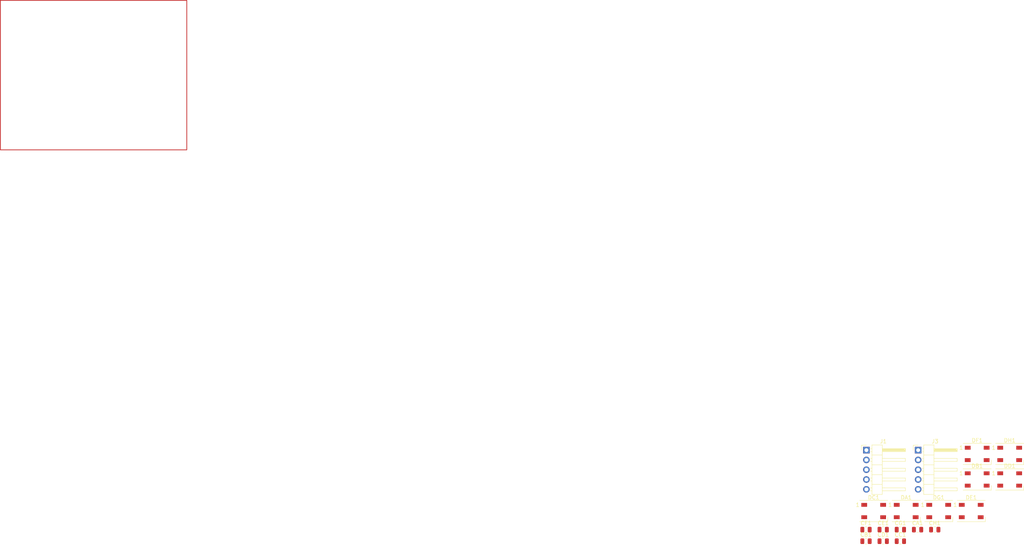
<source format=kicad_pcb>
(kicad_pcb (version 20211014) (generator pcbnew)
  (layers (0 "F.Cu" signal) (31 "B.Cu" signal) (34 "B.Paste" user) (35 "F.Paste" user) (36 "B.SilkS" user "B.Silkscreen") (37 "F.SilkS" user "F.Silkscreen") (38 "B.Mask" user) (39 "F.Mask" user) (44 "Edge.Cuts" user))
  (net 0 "")
  (net 1 "GND")
  (net 2 "+5V")
  (net 3 "Net-(DA1-Pad2)")
  (net 4 "/DAT_IN")
  (net 5 "Net-(DB1-Pad2)")
  (net 6 "Net-(DC1-Pad2)")
  (net 7 "Net-(DD1-Pad2)")
  (net 8 "Net-(DE1-Pad2)")
  (net 9 "Net-(DF1-Pad2)")
  (net 10 "Net-(DG1-Pad2)")
  (net 11 "/DAT_OUT")
  (footprint "Capacitor_SMD:C_0805_2012Metric" (layer "F.Cu") (at 228.59 140.17)
    (fp_text reference "CD1" (at 0 -1.68) (layer "F.SilkS"))
    (fp_text value "0.1 uF")
    (fp_line (start -0.261252 0.735) (end 0.261252 0.735) (layer "F.SilkS") (width 0.12))
    (fp_line (start -0.261252 -0.735) (end 0.261252 -0.735) (layer "F.SilkS") (width 0.12))
    (pad "1" smd roundrect (at -0.95 0) (size 1 1.45) (layers "F.Cu" "F.Paste" "F.Mask") (net 1 "GND"))
    (pad "2" smd roundrect (at 0.95 0) (size 1 1.45) (layers "F.Cu" "F.Paste" "F.Mask") (net 2 "+5V"))
  )
  (footprint "Capacitor_SMD:C_0805_2012Metric" (layer "F.Cu") (at 228.59 137.16)
    (fp_text reference "CE1" (at 0 -1.68) (layer "F.SilkS"))
    (fp_text value "0.1 uF")
    (fp_line (start -0.261252 0.735) (end 0.261252 0.735) (layer "F.SilkS") (width 0.12))
    (fp_line (start -0.261252 -0.735) (end 0.261252 -0.735) (layer "F.SilkS") (width 0.12))
    (pad "1" smd roundrect (at -0.95 0) (size 1 1.45) (layers "F.Cu" "F.Paste" "F.Mask") (net 1 "GND"))
    (pad "2" smd roundrect (at 0.95 0) (size 1 1.45) (layers "F.Cu" "F.Paste" "F.Mask") (net 2 "+5V"))
  )
  (footprint "Capacitor_SMD:C_0805_2012Metric" (layer "F.Cu") (at 224.14 137.16)
    (fp_text reference "CF1" (at 0 -1.68) (layer "F.SilkS"))
    (fp_text value "0.1 uF")
    (fp_line (start -0.261252 0.735) (end 0.261252 0.735) (layer "F.SilkS") (width 0.12))
    (fp_line (start -0.261252 -0.735) (end 0.261252 -0.735) (layer "F.SilkS") (width 0.12))
    (pad "1" smd roundrect (at -0.95 0) (size 1 1.45) (layers "F.Cu" "F.Paste" "F.Mask") (net 1 "GND"))
    (pad "2" smd roundrect (at 0.95 0) (size 1 1.45) (layers "F.Cu" "F.Paste" "F.Mask") (net 2 "+5V"))
  )
  (footprint "LED_SMD:LED_WS2812B_PLCC4_5.0x5.0mm_P3.2mm" (layer "F.Cu") (at 252.925 117.545)
    (fp_text reference "DF1" (at 0 -3.5) (layer "F.SilkS"))
    (fp_text value "WS2812B")
    (fp_text user "1" (at -4.15 -1.6) (layer "F.SilkS"))
    (fp_line (start 3.65 2.75) (end 3.65 1.6) (layer "F.SilkS") (width 0.12))
    (fp_line (start -3.65 2.75) (end 3.65 2.75) (layer "F.SilkS") (width 0.12))
    (fp_line (start -3.65 -2.75) (end 3.65 -2.75) (layer "F.SilkS") (width 0.12))
    (pad "1" smd rect (at -2.45 -1.6) (size 1.5 1) (layers "F.Cu" "F.Paste" "F.Mask") (net 2 "+5V"))
    (pad "2" smd rect (at -2.45 1.6) (size 1.5 1) (layers "F.Cu" "F.Paste" "F.Mask") (net 9 "Net-(DF1-Pad2)"))
    (pad "3" smd rect (at 2.45 1.6) (size 1.5 1) (layers "F.Cu" "F.Paste" "F.Mask") (net 1 "GND"))
    (pad "4" smd rect (at 2.45 -1.6) (size 1.5 1) (layers "F.Cu" "F.Paste" "F.Mask") (net 8 "Net-(DE1-Pad2)"))
  )
  (footprint "LED_SMD:LED_WS2812B_PLCC4_5.0x5.0mm_P3.2mm" (layer "F.Cu") (at 234.545 132.345)
    (fp_text reference "DA1" (at 0 -3.5) (layer "F.SilkS"))
    (fp_text value "WS2812B")
    (fp_text user "1" (at -4.15 -1.6) (layer "F.SilkS"))
    (fp_line (start -3.65 -2.75) (end 3.65 -2.75) (layer "F.SilkS") (width 0.12))
    (fp_line (start -3.65 2.75) (end 3.65 2.75) (layer "F.SilkS") (width 0.12))
    (fp_line (start 3.65 2.75) (end 3.65 1.6) (layer "F.SilkS") (width 0.12))
    (pad "1" smd rect (at -2.45 -1.6) (size 1.5 1) (layers "F.Cu" "F.Paste" "F.Mask") (net 2 "+5V"))
    (pad "2" smd rect (at -2.45 1.6) (size 1.5 1) (layers "F.Cu" "F.Paste" "F.Mask") (net 3 "Net-(DA1-Pad2)"))
    (pad "3" smd rect (at 2.45 1.6) (size 1.5 1) (layers "F.Cu" "F.Paste" "F.Mask") (net 1 "GND"))
    (pad "4" smd rect (at 2.45 -1.6) (size 1.5 1) (layers "F.Cu" "F.Paste" "F.Mask") (net 4 "/DAT_IN"))
  )
  (footprint "LED_SMD:LED_WS2812B_PLCC4_5.0x5.0mm_P3.2mm" (layer "F.Cu") (at 251.385 132.345)
    (fp_text reference "DE1" (at 0 -3.5) (layer "F.SilkS"))
    (fp_text value "WS2812B")
    (fp_text user "1" (at -4.15 -1.6) (layer "F.SilkS"))
    (fp_line (start -3.65 2.75) (end 3.65 2.75) (layer "F.SilkS") (width 0.12))
    (fp_line (start -3.65 -2.75) (end 3.65 -2.75) (layer "F.SilkS") (width 0.12))
    (fp_line (start 3.65 2.75) (end 3.65 1.6) (layer "F.SilkS") (width 0.12))
    (pad "1" smd rect (at -2.45 -1.6) (size 1.5 1) (layers "F.Cu" "F.Paste" "F.Mask") (net 2 "+5V"))
    (pad "2" smd rect (at -2.45 1.6) (size 1.5 1) (layers "F.Cu" "F.Paste" "F.Mask") (net 8 "Net-(DE1-Pad2)"))
    (pad "3" smd rect (at 2.45 1.6) (size 1.5 1) (layers "F.Cu" "F.Paste" "F.Mask") (net 1 "GND"))
    (pad "4" smd rect (at 2.45 -1.6) (size 1.5 1) (layers "F.Cu" "F.Paste" "F.Mask") (net 7 "Net-(DD1-Pad2)"))
  )
  (footprint "LED_SMD:LED_WS2812B_PLCC4_5.0x5.0mm_P3.2mm" (layer "F.Cu") (at 261.345 124.165)
    (fp_text reference "DD1" (at 0 -3.5) (layer "F.SilkS"))
    (fp_text value "WS2812B")
    (fp_text user "1" (at -4.15 -1.6) (layer "F.SilkS"))
    (fp_line (start -3.65 2.75) (end 3.65 2.75) (layer "F.SilkS") (width 0.12))
    (fp_line (start 3.65 2.75) (end 3.65 1.6) (layer "F.SilkS") (width 0.12))
    (fp_line (start -3.65 -2.75) (end 3.65 -2.75) (layer "F.SilkS") (width 0.12))
    (pad "1" smd rect (at -2.45 -1.6) (size 1.5 1) (layers "F.Cu" "F.Paste" "F.Mask") (net 2 "+5V"))
    (pad "2" smd rect (at -2.45 1.6) (size 1.5 1) (layers "F.Cu" "F.Paste" "F.Mask") (net 7 "Net-(DD1-Pad2)"))
    (pad "3" smd rect (at 2.45 1.6) (size 1.5 1) (layers "F.Cu" "F.Paste" "F.Mask") (net 1 "GND"))
    (pad "4" smd rect (at 2.45 -1.6) (size 1.5 1) (layers "F.Cu" "F.Paste" "F.Mask") (net 6 "Net-(DC1-Pad2)"))
  )
  (footprint "LED_SMD:LED_WS2812B_PLCC4_5.0x5.0mm_P3.2mm" (layer "F.Cu") (at 242.965 132.345)
    (fp_text reference "DG1" (at 0 -3.5) (layer "F.SilkS"))
    (fp_text value "WS2812B")
    (fp_text user "1" (at -4.15 -1.6) (layer "F.SilkS"))
    (fp_line (start 3.65 2.75) (end 3.65 1.6) (layer "F.SilkS") (width 0.12))
    (fp_line (start -3.65 -2.75) (end 3.65 -2.75) (layer "F.SilkS") (width 0.12))
    (fp_line (start -3.65 2.75) (end 3.65 2.75) (layer "F.SilkS") (width 0.12))
    (pad "1" smd rect (at -2.45 -1.6) (size 1.5 1) (layers "F.Cu" "F.Paste" "F.Mask") (net 2 "+5V"))
    (pad "2" smd rect (at -2.45 1.6) (size 1.5 1) (layers "F.Cu" "F.Paste" "F.Mask") (net 10 "Net-(DG1-Pad2)"))
    (pad "3" smd rect (at 2.45 1.6) (size 1.5 1) (layers "F.Cu" "F.Paste" "F.Mask") (net 1 "GND"))
    (pad "4" smd rect (at 2.45 -1.6) (size 1.5 1) (layers "F.Cu" "F.Paste" "F.Mask") (net 9 "Net-(DF1-Pad2)"))
  )
  (footprint "Capacitor_SMD:C_0805_2012Metric" (layer "F.Cu") (at 233.04 137.16)
    (fp_text reference "CG1" (at 0 -1.68) (layer "F.SilkS"))
    (fp_text value "0.1 uF")
    (fp_line (start -0.261252 -0.735) (end 0.261252 -0.735) (layer "F.SilkS") (width 0.12))
    (fp_line (start -0.261252 0.735) (end 0.261252 0.735) (layer "F.SilkS") (width 0.12))
    (pad "1" smd roundrect (at -0.95 0) (size 1 1.45) (layers "F.Cu" "F.Paste" "F.Mask") (net 1 "GND"))
    (pad "2" smd roundrect (at 0.95 0) (size 1 1.45) (layers "F.Cu" "F.Paste" "F.Mask") (net 2 "+5V"))
  )
  (footprint "LED_SMD:LED_WS2812B_PLCC4_5.0x5.0mm_P3.2mm" (layer "F.Cu") (at 226.125 132.345)
    (fp_text reference "DC1" (at 0 -3.5) (layer "F.SilkS"))
    (fp_text value "WS2812B")
    (fp_text user "1" (at -4.15 -1.6) (layer "F.SilkS"))
    (fp_line (start -3.65 2.75) (end 3.65 2.75) (layer "F.SilkS") (width 0.12))
    (fp_line (start 3.65 2.75) (end 3.65 1.6) (layer "F.SilkS") (width 0.12))
    (fp_line (start -3.65 -2.75) (end 3.65 -2.75) (layer "F.SilkS") (width 0.12))
    (pad "1" smd rect (at -2.45 -1.6) (size 1.5 1) (layers "F.Cu" "F.Paste" "F.Mask") (net 2 "+5V"))
    (pad "2" smd rect (at -2.45 1.6) (size 1.5 1) (layers "F.Cu" "F.Paste" "F.Mask") (net 6 "Net-(DC1-Pad2)"))
    (pad "3" smd rect (at 2.45 1.6) (size 1.5 1) (layers "F.Cu" "F.Paste" "F.Mask") (net 1 "GND"))
    (pad "4" smd rect (at 2.45 -1.6) (size 1.5 1) (layers "F.Cu" "F.Paste" "F.Mask") (net 5 "Net-(DB1-Pad2)"))
  )
  (footprint "Capacitor_SMD:C_0805_2012Metric" (layer "F.Cu") (at 224.14 140.17)
    (fp_text reference "CB1" (at 0 -1.68) (layer "F.SilkS"))
    (fp_text value "0.1 uF")
    (fp_line (start -0.261252 0.735) (end 0.261252 0.735) (layer "F.SilkS") (width 0.12))
    (fp_line (start -0.261252 -0.735) (end 0.261252 -0.735) (layer "F.SilkS") (width 0.12))
    (pad "1" smd roundrect (at -0.95 0) (size 1 1.45) (layers "F.Cu" "F.Paste" "F.Mask") (net 1 "GND"))
    (pad "2" smd roundrect (at 0.95 0) (size 1 1.45) (layers "F.Cu" "F.Paste" "F.Mask") (net 2 "+5V"))
  )
  (footprint "Capacitor_SMD:C_0805_2012Metric" (layer "F.Cu") (at 241.94 137.16)
    (fp_text reference "CH1" (at 0 -1.68) (layer "F.SilkS"))
    (fp_text value "0.1 uF")
    (fp_line (start -0.261252 -0.735) (end 0.261252 -0.735) (layer "F.SilkS") (width 0.12))
    (fp_line (start -0.261252 0.735) (end 0.261252 0.735) (layer "F.SilkS") (width 0.12))
    (pad "1" smd roundrect (at -0.95 0) (size 1 1.45) (layers "F.Cu" "F.Paste" "F.Mask") (net 1 "GND"))
    (pad "2" smd roundrect (at 0.95 0) (size 1 1.45) (layers "F.Cu" "F.Paste" "F.Mask") (net 2 "+5V"))
  )
  (footprint "Connector_PinHeader_2.54mm:PinHeader_1x05_P2.54mm_Horizontal" (layer "F.Cu") (at 224.24 116.56)
    (fp_text reference "J1" (at 4.385 -2.27) (layer "F.SilkS"))
    (fp_text value "Left")
    (fp_line (start 4.1 7.24) (end 10.1 7.24) (layer "F.SilkS") (width 0.12))
    (fp_line (start 4.1 4.7) (end 10.1 4.7) (layer "F.SilkS") (width 0.12))
    (fp_line (start 1.042929 2.16) (end 1.44 2.16) (layer "F.SilkS") (width 0.12))
    (fp_line (start 1.042929 2.92) (end 1.44 2.92) (layer "F.SilkS") (width 0.12))
    (fp_line (start 1.11 -0.38) (end 1.44 -0.38) (layer "F.SilkS") (width 0.12))
    (fp_line (start 4.1 2.16) (end 10.1 2.16) (layer "F.SilkS") (width 0.12))
    (fp_line (start 1.44 8.89) (end 4.1 8.89) (layer "F.SilkS") (width 0.12))
    (fp_line (start 1.44 1.27) (end 4.1 1.27) (layer "F.SilkS") (width 0.12))
    (fp_line (start 10.1 0.38) (end 4.1 0.38) (layer "F.SilkS") (width 0.12))
    (fp_line (start 1.042929 5.46) (end 1.44 5.46) (layer "F.SilkS") (width 0.12))
    (fp_line (start 10.1 7.24) (end 10.1 8) (layer "F.SilkS") (width 0.12))
    (fp_line (start 1.042929 8) (end 1.44 8) (layer "F.SilkS") (width 0.12))
    (fp_line (start 4.1 -0.38) (end 10.1 -0.38) (layer "F.SilkS") (width 0.12))
    (fp_line (start 4.1 0.16) (end 10.1 0.16) (layer "F.SilkS") (width 0.12))
    (fp_line (start 10.1 8) (end 4.1 8) (layer "F.SilkS") (width 0.12))
    (fp_line (start -1.27 0) (end -1.27 -1.27) (layer "F.SilkS") (width 0.12))
    (fp_line (start 10.1 10.54) (end 4.1 10.54) (layer "F.SilkS") (width 0.12))
    (fp_line (start 1.042929 10.54) (end 1.44 10.54) (layer "F.SilkS") (width 0.12))
    (fp_line (start 1.44 11.49) (end 4.1 11.49) (layer "F.SilkS") (width 0.12))
    (fp_line (start -1.27 -1.27) (end 0 -1.27) (layer "F.SilkS") (width 0.12))
    (fp_line (start 10.1 5.46) (end 4.1 5.46) (layer "F.SilkS") (width 0.12))
    (fp_line (start 4.1 0.04) (end 10.1 0.04) (layer "F.SilkS") (width 0.12))
    (fp_line (start 4.1 -0.2) (end 10.1 -0.2) (layer "F.SilkS") (width 0.12))
    (fp_line (start 4.1 -0.08) (end 10.1 -0.08) (layer "F.SilkS") (width 0.12))
    (fp_line (start 4.1 9.78) (end 10.1 9.78) (layer "F.SilkS") (width 0.12))
    (fp_line (start 10.1 9.78) (end 10.1 10.54) (layer "F.SilkS") (width 0.12))
    (fp_line (start 4.1 0.28) (end 10.1 0.28) (layer "F.SilkS") (width 0.12))
    (fp_line (start 1.44 6.35) (end 4.1 6.35) (layer "F.SilkS") (width 0.12))
    (fp_line (start 10.1 4.7) (end 10.1 5.46) (layer "F.SilkS") (width 0.12))
    (fp_line (start 4.1 11.49) (end 4.1 -1.33) (layer "F.SilkS") (width 0.12))
    (fp_line (start 1.042929 9.78) (end 1.44 9.78) (layer "F.SilkS") (width 0.12))
    (fp_line (start 1.44 -1.33) (end 1.44 11.49) (layer "F.SilkS") (width 0.12))
    (fp_line (start 10.1 -0.38) (end 10.1 0.38) (layer "F.SilkS") (width 0.12))
    (fp_line (start 1.11 0.38) (end 1.44 0.38) (layer "F.SilkS") (width 0.12))
    (fp_line (start 1.042929 4.7) (end 1.44 4.7) (layer "F.SilkS") (width 0.12))
    (fp_line (start 1.042929 7.24) (end 1.44 7.24) (layer "F.SilkS") (width 0.12))
    (fp_line (start 4.1 -1.33) (end 1.44 -1.33) (layer "F.SilkS") (width 0.12))
    (fp_line (start 10.1 2.16) (end 10.1 2.92) (layer "F.SilkS") (width 0.12))
    (fp_line (start 10.1 2.92) (end 4.1 2.92) (layer "F.SilkS") (width 0.12))
    (fp_line (start 4.1 -0.32) (end 10.1 -0.32) (layer "F.SilkS") (width 0.12))
    (fp_line (start 1.44 3.81) (end 4.1 3.81) (layer "F.SilkS") (width 0.12))
    (pad "1" thru_hole rect (at 0 0) (size 1.7 1.7) (drill 1) (layers *.Cu *.Mask) (net 2 "+5V"))
    (pad "2" thru_hole oval (at 0 2.54) (size 1.7 1.7) (drill 1) (layers *.Cu *.Mask) (net 2 "+5V"))
    (pad "3" thru_hole oval (at 0 5.08) (size 1.7 1.7) (drill 1) (layers *.Cu *.Mask) (net 4 "/DAT_IN"))
    (pad "4" thru_hole oval (at 0 7.62) (size 1.7 1.7) (drill 1) (layers *.Cu *.Mask) (net 1 "GND"))
    (pad "5" thru_hole oval (at 0 10.16) (size 1.7 1.7) (drill 1) (layers *.Cu *.Mask) (net 1 "GND"))
  )
  (footprint "Capacitor_SMD:C_0805_2012Metric" (layer "F.Cu") (at 233.04 140.17)
    (fp_text reference "CC1" (at 0 -1.68) (layer "F.SilkS"))
    (fp_text value "0.1 uF")
    (fp_line (start -0.261252 0.735) (end 0.261252 0.735) (layer "F.SilkS") (width 0.12))
    (fp_line (start -0.261252 -0.735) (end 0.261252 -0.735) (layer "F.SilkS") (width 0.12))
    (pad "1" smd roundrect (at -0.95 0) (size 1 1.45) (layers "F.Cu" "F.Paste" "F.Mask") (net 1 "GND"))
    (pad "2" smd roundrect (at 0.95 0) (size 1 1.45) (layers "F.Cu" "F.Paste" "F.Mask") (net 2 "+5V"))
  )
  (footprint "Connector_PinHeader_2.54mm:PinHeader_1x05_P2.54mm_Horizontal" (layer "F.Cu") (at 237.64 116.56)
    (fp_text reference "J3" (at 4.385 -2.27) (layer "F.SilkS"))
    (fp_text value "Right")
    (fp_line (start 1.042929 10.54) (end 1.44 10.54) (layer "F.SilkS") (width 0.12))
    (fp_line (start 4.1 -0.2) (end 10.1 -0.2) (layer "F.SilkS") (width 0.12))
    (fp_line (start 1.042929 7.24) (end 1.44 7.24) (layer "F.SilkS") (width 0.12))
    (fp_line (start 4.1 2.16) (end 10.1 2.16) (layer "F.SilkS") (width 0.12))
    (fp_line (start 10.1 9.78) (end 10.1 10.54) (layer "F.SilkS") (width 0.12))
    (fp_line (start 4.1 -0.38) (end 10.1 -0.38) (layer "F.SilkS") (width 0.12))
    (fp_line (start 1.44 1.27) (end 4.1 1.27) (layer "F.SilkS") (width 0.12))
    (fp_line (start 10.1 0.38) (end 4.1 0.38) (layer "F.SilkS") (width 0.12))
    (fp_line (start 1.042929 5.46) (end 1.44 5.46) (layer "F.SilkS") (width 0.12))
    (fp_line (start 1.44 8.89) (end 4.1 8.89) (layer "F.SilkS") (width 0.12))
    (fp_line (start 4.1 -1.33) (end 1.44 -1.33) (layer "F.SilkS") (width 0.12))
    (fp_line (start 4.1 11.49) (end 4.1 -1.33) (layer "F.SilkS") (width 0.12))
    (fp_line (start -1.27 0) (end -1.27 -1.27) (layer "F.SilkS") (width 0.12))
    (fp_line (start 10.1 -0.38) (end 10.1 0.38) (layer "F.SilkS") (width 0.12))
    (fp_line (start 1.042929 4.7) (end 1.44 4.7) (layer "F.SilkS") (width 0.12))
    (fp_line (start 4.1 0.04) (end 10.1 0.04) (layer "F.SilkS") (width 0.12))
    (fp_line (start 4.1 0.16) (end 10.1 0.16) (layer "F.SilkS") (width 0.12))
    (fp_line (start 1.042929 8) (end 1.44 8) (layer "F.SilkS") (width 0.12))
    (fp_line (start 1.44 3.81) (end 4.1 3.81) (layer "F.SilkS") (width 0.12))
    (fp_line (start 1.44 -1.33) (end 1.44 11.49) (layer "F.SilkS") (width 0.12))
    (fp_line (start 10.1 5.46) (end 4.1 5.46) (layer "F.SilkS") (width 0.12))
    (fp_line (start 4.1 -0.08) (end 10.1 -0.08) (layer "F.SilkS") (width 0.12))
    (fp_line (start 4.1 -0.32) (end 10.1 -0.32) (layer "F.SilkS") (width 0.12))
    (fp_line (start 1.042929 2.92) (end 1.44 2.92) (layer "F.SilkS") (width 0.12))
    (fp_line (start 10.1 4.7) (end 10.1 5.46) (layer "F.SilkS") (width 0.12))
    (fp_line (start 10.1 7.24) (end 10.1 8) (layer "F.SilkS") (width 0.12))
    (fp_line (start 10.1 2.16) (end 10.1 2.92) (layer "F.SilkS") (width 0.12))
    (fp_line (start 4.1 0.28) (end 10.1 0.28) (layer "F.SilkS") (width 0.12))
    (fp_line (start 1.042929 2.16) (end 1.44 2.16) (layer "F.SilkS") (width 0.12))
    (fp_line (start 1.042929 9.78) (end 1.44 9.78) (layer "F.SilkS") (width 0.12))
    (fp_line (start 4.1 9.78) (end 10.1 9.78) (layer "F.SilkS") (width 0.12))
    (fp_line (start 4.1 7.24) (end 10.1 7.24) (layer "F.SilkS") (width 0.12))
    (fp_line (start 1.11 0.38) (end 1.44 0.38) (layer "F.SilkS") (width 0.12))
    (fp_line (start 1.11 -0.38) (end 1.44 -0.38) (layer "F.SilkS") (width 0.12))
    (fp_line (start 1.44 11.49) (end 4.1 11.49) (layer "F.SilkS") (width 0.12))
    (fp_line (start -1.27 -1.27) (end 0 -1.27) (layer "F.SilkS") (width 0.12))
    (fp_line (start 4.1 4.7) (end 10.1 4.7) (layer "F.SilkS") (width 0.12))
    (fp_line (start 1.44 6.35) (end 4.1 6.35) (layer "F.SilkS") (width 0.12))
    (fp_line (start 10.1 2.92) (end 4.1 2.92) (layer "F.SilkS") (width 0.12))
    (fp_line (start 10.1 10.54) (end 4.1 10.54) (layer "F.SilkS") (width 0.12))
    (fp_line (start 10.1 8) (end 4.1 8) (layer "F.SilkS") (width 0.12))
    (pad "1" thru_hole rect (at 0 0) (size 1.7 1.7) (drill 1) (layers *.Cu *.Mask) (net 2 "+5V"))
    (pad "2" thru_hole oval (at 0 2.54) (size 1.7 1.7) (drill 1) (layers *.Cu *.Mask) (net 2 "+5V"))
    (pad "3" thru_hole oval (at 0 5.08) (size 1.7 1.7) (drill 1) (layers *.Cu *.Mask) (net 11 "/DAT_OUT"))
    (pad "4" thru_hole oval (at 0 7.62) (size 1.7 1.7) (drill 1) (layers *.Cu *.Mask) (net 1 "GND"))
    (pad "5" thru_hole oval (at 0 10.16) (size 1.7 1.7) (drill 1) (layers *.Cu *.Mask) (net 1 "GND"))
  )
  (footprint "LED_SMD:LED_WS2812B_PLCC4_5.0x5.0mm_P3.2mm" (layer "F.Cu") (at 252.925 124.165)
    (fp_text reference "DB1" (at 0 -3.5) (layer "F.SilkS"))
    (fp_text value "WS2812B")
    (fp_text user "1" (at -4.15 -1.6) (layer "F.SilkS"))
    (fp_line (start -3.65 -2.75) (end 3.65 -2.75) (layer "F.SilkS") (width 0.12))
    (fp_line (start -3.65 2.75) (end 3.65 2.75) (layer "F.SilkS") (width 0.12))
    (fp_line (start 3.65 2.75) (end 3.65 1.6) (layer "F.SilkS") (width 0.12))
    (pad "1" smd rect (at -2.45 -1.6) (size 1.5 1) (layers "F.Cu" "F.Paste" "F.Mask") (net 2 "+5V"))
    (pad "2" smd rect (at -2.45 1.6) (size 1.5 1) (layers "F.Cu" "F.Paste" "F.Mask") (net 5 "Net-(DB1-Pad2)"))
    (pad "3" smd rect (at 2.45 1.6) (size 1.5 1) (layers "F.Cu" "F.Paste" "F.Mask") (net 1 "GND"))
    (pad "4" smd rect (at 2.45 -1.6) (size 1.5 1) (layers "F.Cu" "F.Paste" "F.Mask") (net 3 "Net-(DA1-Pad2)"))
  )
  (footprint "LED_SMD:LED_WS2812B_PLCC4_5.0x5.0mm_P3.2mm" (layer "F.Cu") (at 261.345 117.545)
    (fp_text reference "DH1" (at 0 -3.5) (layer "F.SilkS"))
    (fp_text value "WS2812B")
    (fp_text user "1" (at -4.15 -1.6) (layer "F.SilkS"))
    (fp_line (start -3.65 -2.75) (end 3.65 -2.75) (layer "F.SilkS") (width 0.12))
    (fp_line (start 3.65 2.75) (end 3.65 1.6) (layer "F.SilkS") (width 0.12))
    (fp_line (start -3.65 2.75) (end 3.65 2.75) (layer "F.SilkS") (width 0.12))
    (pad "1" smd rect (at -2.45 -1.6) (size 1.5 1) (layers "F.Cu" "F.Paste" "F.Mask") (net 2 "+5V"))
    (pad "2" smd rect (at -2.45 1.6) (size 1.5 1) (layers "F.Cu" "F.Paste" "F.Mask") (net 11 "/DAT_OUT"))
    (pad "3" smd rect (at 2.45 1.6) (size 1.5 1) (layers "F.Cu" "F.Paste" "F.Mask") (net 1 "GND"))
    (pad "4" smd rect (at 2.45 -1.6) (size 1.5 1) (layers "F.Cu" "F.Paste" "F.Mask") (net 10 "Net-(DG1-Pad2)"))
  )
  (footprint "Capacitor_SMD:C_0805_2012Metric" (layer "F.Cu") (at 237.49 137.16)
    (fp_text reference "CA1" (at 0 -1.68) (layer "F.SilkS"))
    (fp_text value "0.1 uF")
    (fp_line (start -0.261252 0.735) (end 0.261252 0.735) (layer "F.SilkS") (width 0.12))
    (fp_line (start -0.261252 -0.735) (end 0.261252 -0.735) (layer "F.SilkS") (width 0.12))
    (pad "1" smd roundrect (at -0.95 0) (size 1 1.45) (layers "F.Cu" "F.Paste" "F.Mask") (net 1 "GND"))
    (pad "2" smd roundrect (at 0.95 0) (size 1 1.45) (layers "F.Cu" "F.Paste" "F.Mask") (net 2 "+5V"))
  )
  (gr_rect (start 0 0) (end 48.26 38.735) (layer "F.Cu") (width 0.2) (fill none))
)
</source>
